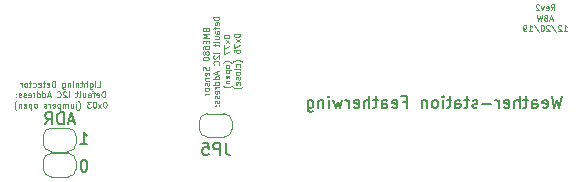
<source format=gbr>
G04 #@! TF.GenerationSoftware,KiCad,Pcbnew,(5.1.4)-1*
G04 #@! TF.CreationDate,2019-12-20T11:27:30-05:00*
G04 #@! TF.ProjectId,Feather-weather-station,46656174-6865-4722-9d77-656174686572,rev?*
G04 #@! TF.SameCoordinates,Original*
G04 #@! TF.FileFunction,Legend,Bot*
G04 #@! TF.FilePolarity,Positive*
%FSLAX46Y46*%
G04 Gerber Fmt 4.6, Leading zero omitted, Abs format (unit mm)*
G04 Created by KiCad (PCBNEW (5.1.4)-1) date 2019-12-20 11:27:30*
%MOMM*%
%LPD*%
G04 APERTURE LIST*
%ADD10C,0.125000*%
%ADD11C,0.150000*%
%ADD12C,0.120000*%
G04 APERTURE END LIST*
D10*
X138656585Y-58723542D02*
X138680395Y-58794971D01*
X138704204Y-58818780D01*
X138751823Y-58842590D01*
X138823252Y-58842590D01*
X138870871Y-58818780D01*
X138894680Y-58794971D01*
X138918490Y-58747352D01*
X138918490Y-58556876D01*
X138418490Y-58556876D01*
X138418490Y-58723542D01*
X138442300Y-58771161D01*
X138466109Y-58794971D01*
X138513728Y-58818780D01*
X138561347Y-58818780D01*
X138608966Y-58794971D01*
X138632776Y-58771161D01*
X138656585Y-58723542D01*
X138656585Y-58556876D01*
X138918490Y-59056876D02*
X138418490Y-59056876D01*
X138775633Y-59223542D01*
X138418490Y-59390209D01*
X138918490Y-59390209D01*
X138656585Y-59628304D02*
X138656585Y-59794971D01*
X138918490Y-59866400D02*
X138918490Y-59628304D01*
X138418490Y-59628304D01*
X138418490Y-59866400D01*
X138418490Y-60294971D02*
X138418490Y-60199733D01*
X138442300Y-60152114D01*
X138466109Y-60128304D01*
X138537538Y-60080685D01*
X138632776Y-60056876D01*
X138823252Y-60056876D01*
X138870871Y-60080685D01*
X138894680Y-60104495D01*
X138918490Y-60152114D01*
X138918490Y-60247352D01*
X138894680Y-60294971D01*
X138870871Y-60318780D01*
X138823252Y-60342590D01*
X138704204Y-60342590D01*
X138656585Y-60318780D01*
X138632776Y-60294971D01*
X138608966Y-60247352D01*
X138608966Y-60152114D01*
X138632776Y-60104495D01*
X138656585Y-60080685D01*
X138704204Y-60056876D01*
X138632776Y-60628304D02*
X138608966Y-60580685D01*
X138585157Y-60556876D01*
X138537538Y-60533066D01*
X138513728Y-60533066D01*
X138466109Y-60556876D01*
X138442300Y-60580685D01*
X138418490Y-60628304D01*
X138418490Y-60723542D01*
X138442300Y-60771161D01*
X138466109Y-60794971D01*
X138513728Y-60818780D01*
X138537538Y-60818780D01*
X138585157Y-60794971D01*
X138608966Y-60771161D01*
X138632776Y-60723542D01*
X138632776Y-60628304D01*
X138656585Y-60580685D01*
X138680395Y-60556876D01*
X138728014Y-60533066D01*
X138823252Y-60533066D01*
X138870871Y-60556876D01*
X138894680Y-60580685D01*
X138918490Y-60628304D01*
X138918490Y-60723542D01*
X138894680Y-60771161D01*
X138870871Y-60794971D01*
X138823252Y-60818780D01*
X138728014Y-60818780D01*
X138680395Y-60794971D01*
X138656585Y-60771161D01*
X138632776Y-60723542D01*
X138418490Y-61128304D02*
X138418490Y-61175923D01*
X138442300Y-61223542D01*
X138466109Y-61247352D01*
X138513728Y-61271161D01*
X138608966Y-61294971D01*
X138728014Y-61294971D01*
X138823252Y-61271161D01*
X138870871Y-61247352D01*
X138894680Y-61223542D01*
X138918490Y-61175923D01*
X138918490Y-61128304D01*
X138894680Y-61080685D01*
X138870871Y-61056876D01*
X138823252Y-61033066D01*
X138728014Y-61009257D01*
X138608966Y-61009257D01*
X138513728Y-61033066D01*
X138466109Y-61056876D01*
X138442300Y-61080685D01*
X138418490Y-61128304D01*
X138894680Y-61866400D02*
X138918490Y-61937828D01*
X138918490Y-62056876D01*
X138894680Y-62104495D01*
X138870871Y-62128304D01*
X138823252Y-62152114D01*
X138775633Y-62152114D01*
X138728014Y-62128304D01*
X138704204Y-62104495D01*
X138680395Y-62056876D01*
X138656585Y-61961638D01*
X138632776Y-61914019D01*
X138608966Y-61890209D01*
X138561347Y-61866400D01*
X138513728Y-61866400D01*
X138466109Y-61890209D01*
X138442300Y-61914019D01*
X138418490Y-61961638D01*
X138418490Y-62080685D01*
X138442300Y-62152114D01*
X138894680Y-62556876D02*
X138918490Y-62509257D01*
X138918490Y-62414019D01*
X138894680Y-62366400D01*
X138847061Y-62342590D01*
X138656585Y-62342590D01*
X138608966Y-62366400D01*
X138585157Y-62414019D01*
X138585157Y-62509257D01*
X138608966Y-62556876D01*
X138656585Y-62580685D01*
X138704204Y-62580685D01*
X138751823Y-62342590D01*
X138585157Y-62794971D02*
X138918490Y-62794971D01*
X138632776Y-62794971D02*
X138608966Y-62818780D01*
X138585157Y-62866400D01*
X138585157Y-62937828D01*
X138608966Y-62985447D01*
X138656585Y-63009257D01*
X138918490Y-63009257D01*
X138894680Y-63223542D02*
X138918490Y-63271161D01*
X138918490Y-63366400D01*
X138894680Y-63414019D01*
X138847061Y-63437828D01*
X138823252Y-63437828D01*
X138775633Y-63414019D01*
X138751823Y-63366400D01*
X138751823Y-63294971D01*
X138728014Y-63247352D01*
X138680395Y-63223542D01*
X138656585Y-63223542D01*
X138608966Y-63247352D01*
X138585157Y-63294971D01*
X138585157Y-63366400D01*
X138608966Y-63414019D01*
X138918490Y-63723542D02*
X138894680Y-63675923D01*
X138870871Y-63652114D01*
X138823252Y-63628304D01*
X138680395Y-63628304D01*
X138632776Y-63652114D01*
X138608966Y-63675923D01*
X138585157Y-63723542D01*
X138585157Y-63794971D01*
X138608966Y-63842590D01*
X138632776Y-63866400D01*
X138680395Y-63890209D01*
X138823252Y-63890209D01*
X138870871Y-63866400D01*
X138894680Y-63842590D01*
X138918490Y-63794971D01*
X138918490Y-63723542D01*
X138918490Y-64104495D02*
X138585157Y-64104495D01*
X138680395Y-64104495D02*
X138632776Y-64128304D01*
X138608966Y-64152114D01*
X138585157Y-64199733D01*
X138585157Y-64247352D01*
X139793490Y-57604495D02*
X139293490Y-57604495D01*
X139293490Y-57723542D01*
X139317300Y-57794971D01*
X139364919Y-57842590D01*
X139412538Y-57866400D01*
X139507776Y-57890209D01*
X139579204Y-57890209D01*
X139674442Y-57866400D01*
X139722061Y-57842590D01*
X139769680Y-57794971D01*
X139793490Y-57723542D01*
X139793490Y-57604495D01*
X139769680Y-58294971D02*
X139793490Y-58247352D01*
X139793490Y-58152114D01*
X139769680Y-58104495D01*
X139722061Y-58080685D01*
X139531585Y-58080685D01*
X139483966Y-58104495D01*
X139460157Y-58152114D01*
X139460157Y-58247352D01*
X139483966Y-58294971D01*
X139531585Y-58318780D01*
X139579204Y-58318780D01*
X139626823Y-58080685D01*
X139460157Y-58461638D02*
X139460157Y-58652114D01*
X139793490Y-58533066D02*
X139364919Y-58533066D01*
X139317300Y-58556876D01*
X139293490Y-58604495D01*
X139293490Y-58652114D01*
X139793490Y-59033066D02*
X139531585Y-59033066D01*
X139483966Y-59009257D01*
X139460157Y-58961638D01*
X139460157Y-58866400D01*
X139483966Y-58818780D01*
X139769680Y-59033066D02*
X139793490Y-58985447D01*
X139793490Y-58866400D01*
X139769680Y-58818780D01*
X139722061Y-58794971D01*
X139674442Y-58794971D01*
X139626823Y-58818780D01*
X139603014Y-58866400D01*
X139603014Y-58985447D01*
X139579204Y-59033066D01*
X139460157Y-59485447D02*
X139793490Y-59485447D01*
X139460157Y-59271161D02*
X139722061Y-59271161D01*
X139769680Y-59294971D01*
X139793490Y-59342590D01*
X139793490Y-59414019D01*
X139769680Y-59461638D01*
X139745871Y-59485447D01*
X139793490Y-59794971D02*
X139769680Y-59747352D01*
X139722061Y-59723542D01*
X139293490Y-59723542D01*
X139460157Y-59914019D02*
X139460157Y-60104495D01*
X139293490Y-59985447D02*
X139722061Y-59985447D01*
X139769680Y-60009257D01*
X139793490Y-60056876D01*
X139793490Y-60104495D01*
X139793490Y-60652114D02*
X139293490Y-60652114D01*
X139341109Y-60866400D02*
X139317300Y-60890209D01*
X139293490Y-60937828D01*
X139293490Y-61056876D01*
X139317300Y-61104495D01*
X139341109Y-61128304D01*
X139388728Y-61152114D01*
X139436347Y-61152114D01*
X139507776Y-61128304D01*
X139793490Y-60842590D01*
X139793490Y-61152114D01*
X139745871Y-61652114D02*
X139769680Y-61628304D01*
X139793490Y-61556876D01*
X139793490Y-61509257D01*
X139769680Y-61437828D01*
X139722061Y-61390209D01*
X139674442Y-61366400D01*
X139579204Y-61342590D01*
X139507776Y-61342590D01*
X139412538Y-61366400D01*
X139364919Y-61390209D01*
X139317300Y-61437828D01*
X139293490Y-61509257D01*
X139293490Y-61556876D01*
X139317300Y-61628304D01*
X139341109Y-61652114D01*
X139650633Y-62223542D02*
X139650633Y-62461638D01*
X139793490Y-62175923D02*
X139293490Y-62342590D01*
X139793490Y-62509257D01*
X139793490Y-62890209D02*
X139293490Y-62890209D01*
X139769680Y-62890209D02*
X139793490Y-62842590D01*
X139793490Y-62747352D01*
X139769680Y-62699733D01*
X139745871Y-62675923D01*
X139698252Y-62652114D01*
X139555395Y-62652114D01*
X139507776Y-62675923D01*
X139483966Y-62699733D01*
X139460157Y-62747352D01*
X139460157Y-62842590D01*
X139483966Y-62890209D01*
X139793490Y-63342590D02*
X139293490Y-63342590D01*
X139769680Y-63342590D02*
X139793490Y-63294971D01*
X139793490Y-63199733D01*
X139769680Y-63152114D01*
X139745871Y-63128304D01*
X139698252Y-63104495D01*
X139555395Y-63104495D01*
X139507776Y-63128304D01*
X139483966Y-63152114D01*
X139460157Y-63199733D01*
X139460157Y-63294971D01*
X139483966Y-63342590D01*
X139793490Y-63580685D02*
X139460157Y-63580685D01*
X139555395Y-63580685D02*
X139507776Y-63604495D01*
X139483966Y-63628304D01*
X139460157Y-63675923D01*
X139460157Y-63723542D01*
X139769680Y-64080685D02*
X139793490Y-64033066D01*
X139793490Y-63937828D01*
X139769680Y-63890209D01*
X139722061Y-63866400D01*
X139531585Y-63866400D01*
X139483966Y-63890209D01*
X139460157Y-63937828D01*
X139460157Y-64033066D01*
X139483966Y-64080685D01*
X139531585Y-64104495D01*
X139579204Y-64104495D01*
X139626823Y-63866400D01*
X139769680Y-64294971D02*
X139793490Y-64342590D01*
X139793490Y-64437828D01*
X139769680Y-64485447D01*
X139722061Y-64509257D01*
X139698252Y-64509257D01*
X139650633Y-64485447D01*
X139626823Y-64437828D01*
X139626823Y-64366400D01*
X139603014Y-64318780D01*
X139555395Y-64294971D01*
X139531585Y-64294971D01*
X139483966Y-64318780D01*
X139460157Y-64366400D01*
X139460157Y-64437828D01*
X139483966Y-64485447D01*
X139769680Y-64699733D02*
X139793490Y-64747352D01*
X139793490Y-64842590D01*
X139769680Y-64890209D01*
X139722061Y-64914019D01*
X139698252Y-64914019D01*
X139650633Y-64890209D01*
X139626823Y-64842590D01*
X139626823Y-64771161D01*
X139603014Y-64723542D01*
X139555395Y-64699733D01*
X139531585Y-64699733D01*
X139483966Y-64723542D01*
X139460157Y-64771161D01*
X139460157Y-64842590D01*
X139483966Y-64890209D01*
X139745871Y-65128304D02*
X139769680Y-65152114D01*
X139793490Y-65128304D01*
X139769680Y-65104495D01*
X139745871Y-65128304D01*
X139793490Y-65128304D01*
X139483966Y-65128304D02*
X139507776Y-65152114D01*
X139531585Y-65128304D01*
X139507776Y-65104495D01*
X139483966Y-65128304D01*
X139531585Y-65128304D01*
X140168490Y-59247352D02*
X140168490Y-59294971D01*
X140192300Y-59342590D01*
X140216109Y-59366400D01*
X140263728Y-59390209D01*
X140358966Y-59414019D01*
X140478014Y-59414019D01*
X140573252Y-59390209D01*
X140620871Y-59366400D01*
X140644680Y-59342590D01*
X140668490Y-59294971D01*
X140668490Y-59247352D01*
X140644680Y-59199733D01*
X140620871Y-59175923D01*
X140573252Y-59152114D01*
X140478014Y-59128304D01*
X140358966Y-59128304D01*
X140263728Y-59152114D01*
X140216109Y-59175923D01*
X140192300Y-59199733D01*
X140168490Y-59247352D01*
X140668490Y-59580685D02*
X140335157Y-59842590D01*
X140335157Y-59580685D02*
X140668490Y-59842590D01*
X140168490Y-59985447D02*
X140168490Y-60318780D01*
X140668490Y-60104495D01*
X140168490Y-60461638D02*
X140168490Y-60794971D01*
X140668490Y-60580685D01*
X140858966Y-61509257D02*
X140835157Y-61485447D01*
X140763728Y-61437828D01*
X140716109Y-61414019D01*
X140644680Y-61390209D01*
X140525633Y-61366400D01*
X140430395Y-61366400D01*
X140311347Y-61390209D01*
X140239919Y-61414019D01*
X140192300Y-61437828D01*
X140120871Y-61485447D01*
X140097061Y-61509257D01*
X140668490Y-61771161D02*
X140644680Y-61723542D01*
X140620871Y-61699733D01*
X140573252Y-61675923D01*
X140430395Y-61675923D01*
X140382776Y-61699733D01*
X140358966Y-61723542D01*
X140335157Y-61771161D01*
X140335157Y-61842590D01*
X140358966Y-61890209D01*
X140382776Y-61914019D01*
X140430395Y-61937828D01*
X140573252Y-61937828D01*
X140620871Y-61914019D01*
X140644680Y-61890209D01*
X140668490Y-61842590D01*
X140668490Y-61771161D01*
X140335157Y-62152114D02*
X140835157Y-62152114D01*
X140358966Y-62152114D02*
X140335157Y-62199733D01*
X140335157Y-62294971D01*
X140358966Y-62342590D01*
X140382776Y-62366400D01*
X140430395Y-62390209D01*
X140573252Y-62390209D01*
X140620871Y-62366400D01*
X140644680Y-62342590D01*
X140668490Y-62294971D01*
X140668490Y-62199733D01*
X140644680Y-62152114D01*
X140644680Y-62794971D02*
X140668490Y-62747352D01*
X140668490Y-62652114D01*
X140644680Y-62604495D01*
X140597061Y-62580685D01*
X140406585Y-62580685D01*
X140358966Y-62604495D01*
X140335157Y-62652114D01*
X140335157Y-62747352D01*
X140358966Y-62794971D01*
X140406585Y-62818780D01*
X140454204Y-62818780D01*
X140501823Y-62580685D01*
X140335157Y-63033066D02*
X140668490Y-63033066D01*
X140382776Y-63033066D02*
X140358966Y-63056876D01*
X140335157Y-63104495D01*
X140335157Y-63175923D01*
X140358966Y-63223542D01*
X140406585Y-63247352D01*
X140668490Y-63247352D01*
X140858966Y-63437828D02*
X140835157Y-63461638D01*
X140763728Y-63509257D01*
X140716109Y-63533066D01*
X140644680Y-63556876D01*
X140525633Y-63580685D01*
X140430395Y-63580685D01*
X140311347Y-63556876D01*
X140239919Y-63533066D01*
X140192300Y-63509257D01*
X140120871Y-63461638D01*
X140097061Y-63437828D01*
X141043490Y-59152114D02*
X141043490Y-59199733D01*
X141067300Y-59247352D01*
X141091109Y-59271161D01*
X141138728Y-59294971D01*
X141233966Y-59318780D01*
X141353014Y-59318780D01*
X141448252Y-59294971D01*
X141495871Y-59271161D01*
X141519680Y-59247352D01*
X141543490Y-59199733D01*
X141543490Y-59152114D01*
X141519680Y-59104495D01*
X141495871Y-59080685D01*
X141448252Y-59056876D01*
X141353014Y-59033066D01*
X141233966Y-59033066D01*
X141138728Y-59056876D01*
X141091109Y-59080685D01*
X141067300Y-59104495D01*
X141043490Y-59152114D01*
X141543490Y-59485447D02*
X141210157Y-59747352D01*
X141210157Y-59485447D02*
X141543490Y-59747352D01*
X141043490Y-59890209D02*
X141043490Y-60223542D01*
X141543490Y-60009257D01*
X141043490Y-60628304D02*
X141043490Y-60533066D01*
X141067300Y-60485447D01*
X141091109Y-60461638D01*
X141162538Y-60414019D01*
X141257776Y-60390209D01*
X141448252Y-60390209D01*
X141495871Y-60414019D01*
X141519680Y-60437828D01*
X141543490Y-60485447D01*
X141543490Y-60580685D01*
X141519680Y-60628304D01*
X141495871Y-60652114D01*
X141448252Y-60675923D01*
X141329204Y-60675923D01*
X141281585Y-60652114D01*
X141257776Y-60628304D01*
X141233966Y-60580685D01*
X141233966Y-60485447D01*
X141257776Y-60437828D01*
X141281585Y-60414019D01*
X141329204Y-60390209D01*
X141733966Y-61414019D02*
X141710157Y-61390209D01*
X141638728Y-61342590D01*
X141591109Y-61318780D01*
X141519680Y-61294971D01*
X141400633Y-61271161D01*
X141305395Y-61271161D01*
X141186347Y-61294971D01*
X141114919Y-61318780D01*
X141067300Y-61342590D01*
X140995871Y-61390209D01*
X140972061Y-61414019D01*
X141519680Y-61818780D02*
X141543490Y-61771161D01*
X141543490Y-61675923D01*
X141519680Y-61628304D01*
X141495871Y-61604495D01*
X141448252Y-61580685D01*
X141305395Y-61580685D01*
X141257776Y-61604495D01*
X141233966Y-61628304D01*
X141210157Y-61675923D01*
X141210157Y-61771161D01*
X141233966Y-61818780D01*
X141543490Y-62104495D02*
X141519680Y-62056876D01*
X141472061Y-62033066D01*
X141043490Y-62033066D01*
X141543490Y-62366400D02*
X141519680Y-62318780D01*
X141495871Y-62294971D01*
X141448252Y-62271161D01*
X141305395Y-62271161D01*
X141257776Y-62294971D01*
X141233966Y-62318780D01*
X141210157Y-62366400D01*
X141210157Y-62437828D01*
X141233966Y-62485447D01*
X141257776Y-62509257D01*
X141305395Y-62533066D01*
X141448252Y-62533066D01*
X141495871Y-62509257D01*
X141519680Y-62485447D01*
X141543490Y-62437828D01*
X141543490Y-62366400D01*
X141519680Y-62723542D02*
X141543490Y-62771161D01*
X141543490Y-62866400D01*
X141519680Y-62914019D01*
X141472061Y-62937828D01*
X141448252Y-62937828D01*
X141400633Y-62914019D01*
X141376823Y-62866400D01*
X141376823Y-62794971D01*
X141353014Y-62747352D01*
X141305395Y-62723542D01*
X141281585Y-62723542D01*
X141233966Y-62747352D01*
X141210157Y-62794971D01*
X141210157Y-62866400D01*
X141233966Y-62914019D01*
X141519680Y-63342590D02*
X141543490Y-63294971D01*
X141543490Y-63199733D01*
X141519680Y-63152114D01*
X141472061Y-63128304D01*
X141281585Y-63128304D01*
X141233966Y-63152114D01*
X141210157Y-63199733D01*
X141210157Y-63294971D01*
X141233966Y-63342590D01*
X141281585Y-63366400D01*
X141329204Y-63366400D01*
X141376823Y-63128304D01*
X141733966Y-63533066D02*
X141710157Y-63556876D01*
X141638728Y-63604495D01*
X141591109Y-63628304D01*
X141519680Y-63652114D01*
X141400633Y-63675923D01*
X141305395Y-63675923D01*
X141186347Y-63652114D01*
X141114919Y-63628304D01*
X141067300Y-63604495D01*
X140995871Y-63556876D01*
X140972061Y-63533066D01*
X129461982Y-63547150D02*
X129700078Y-63547150D01*
X129700078Y-63047150D01*
X129295316Y-63547150D02*
X129295316Y-63213817D01*
X129295316Y-63047150D02*
X129319125Y-63070960D01*
X129295316Y-63094769D01*
X129271506Y-63070960D01*
X129295316Y-63047150D01*
X129295316Y-63094769D01*
X128842935Y-63213817D02*
X128842935Y-63618579D01*
X128866744Y-63666198D01*
X128890554Y-63690007D01*
X128938173Y-63713817D01*
X129009601Y-63713817D01*
X129057220Y-63690007D01*
X128842935Y-63523340D02*
X128890554Y-63547150D01*
X128985792Y-63547150D01*
X129033411Y-63523340D01*
X129057220Y-63499531D01*
X129081030Y-63451912D01*
X129081030Y-63309055D01*
X129057220Y-63261436D01*
X129033411Y-63237626D01*
X128985792Y-63213817D01*
X128890554Y-63213817D01*
X128842935Y-63237626D01*
X128604840Y-63547150D02*
X128604840Y-63047150D01*
X128390554Y-63547150D02*
X128390554Y-63285245D01*
X128414363Y-63237626D01*
X128461982Y-63213817D01*
X128533411Y-63213817D01*
X128581030Y-63237626D01*
X128604840Y-63261436D01*
X128223887Y-63213817D02*
X128033411Y-63213817D01*
X128152459Y-63047150D02*
X128152459Y-63475721D01*
X128128649Y-63523340D01*
X128081030Y-63547150D01*
X128033411Y-63547150D01*
X127866744Y-63213817D02*
X127866744Y-63547150D01*
X127866744Y-63261436D02*
X127842935Y-63237626D01*
X127795316Y-63213817D01*
X127723887Y-63213817D01*
X127676268Y-63237626D01*
X127652459Y-63285245D01*
X127652459Y-63547150D01*
X127414363Y-63547150D02*
X127414363Y-63213817D01*
X127414363Y-63047150D02*
X127438173Y-63070960D01*
X127414363Y-63094769D01*
X127390554Y-63070960D01*
X127414363Y-63047150D01*
X127414363Y-63094769D01*
X127176268Y-63213817D02*
X127176268Y-63547150D01*
X127176268Y-63261436D02*
X127152459Y-63237626D01*
X127104840Y-63213817D01*
X127033411Y-63213817D01*
X126985792Y-63237626D01*
X126961982Y-63285245D01*
X126961982Y-63547150D01*
X126509601Y-63213817D02*
X126509601Y-63618579D01*
X126533411Y-63666198D01*
X126557220Y-63690007D01*
X126604840Y-63713817D01*
X126676268Y-63713817D01*
X126723887Y-63690007D01*
X126509601Y-63523340D02*
X126557220Y-63547150D01*
X126652459Y-63547150D01*
X126700078Y-63523340D01*
X126723887Y-63499531D01*
X126747697Y-63451912D01*
X126747697Y-63309055D01*
X126723887Y-63261436D01*
X126700078Y-63237626D01*
X126652459Y-63213817D01*
X126557220Y-63213817D01*
X126509601Y-63237626D01*
X125890554Y-63547150D02*
X125890554Y-63047150D01*
X125771506Y-63047150D01*
X125700078Y-63070960D01*
X125652459Y-63118579D01*
X125628649Y-63166198D01*
X125604840Y-63261436D01*
X125604840Y-63332864D01*
X125628649Y-63428102D01*
X125652459Y-63475721D01*
X125700078Y-63523340D01*
X125771506Y-63547150D01*
X125890554Y-63547150D01*
X125200078Y-63523340D02*
X125247697Y-63547150D01*
X125342935Y-63547150D01*
X125390554Y-63523340D01*
X125414363Y-63475721D01*
X125414363Y-63285245D01*
X125390554Y-63237626D01*
X125342935Y-63213817D01*
X125247697Y-63213817D01*
X125200078Y-63237626D01*
X125176268Y-63285245D01*
X125176268Y-63332864D01*
X125414363Y-63380483D01*
X125033411Y-63213817D02*
X124842935Y-63213817D01*
X124961982Y-63047150D02*
X124961982Y-63475721D01*
X124938173Y-63523340D01*
X124890554Y-63547150D01*
X124842935Y-63547150D01*
X124485792Y-63523340D02*
X124533411Y-63547150D01*
X124628649Y-63547150D01*
X124676268Y-63523340D01*
X124700078Y-63475721D01*
X124700078Y-63285245D01*
X124676268Y-63237626D01*
X124628649Y-63213817D01*
X124533411Y-63213817D01*
X124485792Y-63237626D01*
X124461982Y-63285245D01*
X124461982Y-63332864D01*
X124700078Y-63380483D01*
X124033411Y-63523340D02*
X124081030Y-63547150D01*
X124176268Y-63547150D01*
X124223887Y-63523340D01*
X124247697Y-63499531D01*
X124271506Y-63451912D01*
X124271506Y-63309055D01*
X124247697Y-63261436D01*
X124223887Y-63237626D01*
X124176268Y-63213817D01*
X124081030Y-63213817D01*
X124033411Y-63237626D01*
X123890554Y-63213817D02*
X123700078Y-63213817D01*
X123819125Y-63047150D02*
X123819125Y-63475721D01*
X123795316Y-63523340D01*
X123747697Y-63547150D01*
X123700078Y-63547150D01*
X123461982Y-63547150D02*
X123509601Y-63523340D01*
X123533411Y-63499531D01*
X123557220Y-63451912D01*
X123557220Y-63309055D01*
X123533411Y-63261436D01*
X123509601Y-63237626D01*
X123461982Y-63213817D01*
X123390554Y-63213817D01*
X123342935Y-63237626D01*
X123319125Y-63261436D01*
X123295316Y-63309055D01*
X123295316Y-63451912D01*
X123319125Y-63499531D01*
X123342935Y-63523340D01*
X123390554Y-63547150D01*
X123461982Y-63547150D01*
X123081030Y-63547150D02*
X123081030Y-63213817D01*
X123081030Y-63309055D02*
X123057220Y-63261436D01*
X123033411Y-63237626D01*
X122985792Y-63213817D01*
X122938173Y-63213817D01*
X130116744Y-64422150D02*
X130116744Y-63922150D01*
X129997697Y-63922150D01*
X129926268Y-63945960D01*
X129878649Y-63993579D01*
X129854840Y-64041198D01*
X129831030Y-64136436D01*
X129831030Y-64207864D01*
X129854840Y-64303102D01*
X129878649Y-64350721D01*
X129926268Y-64398340D01*
X129997697Y-64422150D01*
X130116744Y-64422150D01*
X129426268Y-64398340D02*
X129473887Y-64422150D01*
X129569125Y-64422150D01*
X129616744Y-64398340D01*
X129640554Y-64350721D01*
X129640554Y-64160245D01*
X129616744Y-64112626D01*
X129569125Y-64088817D01*
X129473887Y-64088817D01*
X129426268Y-64112626D01*
X129402459Y-64160245D01*
X129402459Y-64207864D01*
X129640554Y-64255483D01*
X129259601Y-64088817D02*
X129069125Y-64088817D01*
X129188173Y-64422150D02*
X129188173Y-63993579D01*
X129164363Y-63945960D01*
X129116744Y-63922150D01*
X129069125Y-63922150D01*
X128688173Y-64422150D02*
X128688173Y-64160245D01*
X128711982Y-64112626D01*
X128759601Y-64088817D01*
X128854840Y-64088817D01*
X128902459Y-64112626D01*
X128688173Y-64398340D02*
X128735792Y-64422150D01*
X128854840Y-64422150D01*
X128902459Y-64398340D01*
X128926268Y-64350721D01*
X128926268Y-64303102D01*
X128902459Y-64255483D01*
X128854840Y-64231674D01*
X128735792Y-64231674D01*
X128688173Y-64207864D01*
X128235792Y-64088817D02*
X128235792Y-64422150D01*
X128450078Y-64088817D02*
X128450078Y-64350721D01*
X128426268Y-64398340D01*
X128378649Y-64422150D01*
X128307220Y-64422150D01*
X128259601Y-64398340D01*
X128235792Y-64374531D01*
X127926268Y-64422150D02*
X127973887Y-64398340D01*
X127997697Y-64350721D01*
X127997697Y-63922150D01*
X127807220Y-64088817D02*
X127616744Y-64088817D01*
X127735792Y-63922150D02*
X127735792Y-64350721D01*
X127711982Y-64398340D01*
X127664363Y-64422150D01*
X127616744Y-64422150D01*
X127069125Y-64422150D02*
X127069125Y-63922150D01*
X126854840Y-63969769D02*
X126831030Y-63945960D01*
X126783411Y-63922150D01*
X126664363Y-63922150D01*
X126616744Y-63945960D01*
X126592935Y-63969769D01*
X126569125Y-64017388D01*
X126569125Y-64065007D01*
X126592935Y-64136436D01*
X126878649Y-64422150D01*
X126569125Y-64422150D01*
X126069125Y-64374531D02*
X126092935Y-64398340D01*
X126164363Y-64422150D01*
X126211982Y-64422150D01*
X126283411Y-64398340D01*
X126331030Y-64350721D01*
X126354840Y-64303102D01*
X126378649Y-64207864D01*
X126378649Y-64136436D01*
X126354840Y-64041198D01*
X126331030Y-63993579D01*
X126283411Y-63945960D01*
X126211982Y-63922150D01*
X126164363Y-63922150D01*
X126092935Y-63945960D01*
X126069125Y-63969769D01*
X125497697Y-64279293D02*
X125259601Y-64279293D01*
X125545316Y-64422150D02*
X125378649Y-63922150D01*
X125211982Y-64422150D01*
X124831030Y-64422150D02*
X124831030Y-63922150D01*
X124831030Y-64398340D02*
X124878649Y-64422150D01*
X124973887Y-64422150D01*
X125021506Y-64398340D01*
X125045316Y-64374531D01*
X125069125Y-64326912D01*
X125069125Y-64184055D01*
X125045316Y-64136436D01*
X125021506Y-64112626D01*
X124973887Y-64088817D01*
X124878649Y-64088817D01*
X124831030Y-64112626D01*
X124378649Y-64422150D02*
X124378649Y-63922150D01*
X124378649Y-64398340D02*
X124426268Y-64422150D01*
X124521506Y-64422150D01*
X124569125Y-64398340D01*
X124592935Y-64374531D01*
X124616744Y-64326912D01*
X124616744Y-64184055D01*
X124592935Y-64136436D01*
X124569125Y-64112626D01*
X124521506Y-64088817D01*
X124426268Y-64088817D01*
X124378649Y-64112626D01*
X124140554Y-64422150D02*
X124140554Y-64088817D01*
X124140554Y-64184055D02*
X124116744Y-64136436D01*
X124092935Y-64112626D01*
X124045316Y-64088817D01*
X123997697Y-64088817D01*
X123640554Y-64398340D02*
X123688173Y-64422150D01*
X123783411Y-64422150D01*
X123831030Y-64398340D01*
X123854840Y-64350721D01*
X123854840Y-64160245D01*
X123831030Y-64112626D01*
X123783411Y-64088817D01*
X123688173Y-64088817D01*
X123640554Y-64112626D01*
X123616744Y-64160245D01*
X123616744Y-64207864D01*
X123854840Y-64255483D01*
X123426268Y-64398340D02*
X123378649Y-64422150D01*
X123283411Y-64422150D01*
X123235792Y-64398340D01*
X123211982Y-64350721D01*
X123211982Y-64326912D01*
X123235792Y-64279293D01*
X123283411Y-64255483D01*
X123354840Y-64255483D01*
X123402459Y-64231674D01*
X123426268Y-64184055D01*
X123426268Y-64160245D01*
X123402459Y-64112626D01*
X123354840Y-64088817D01*
X123283411Y-64088817D01*
X123235792Y-64112626D01*
X123021506Y-64398340D02*
X122973887Y-64422150D01*
X122878649Y-64422150D01*
X122831030Y-64398340D01*
X122807220Y-64350721D01*
X122807220Y-64326912D01*
X122831030Y-64279293D01*
X122878649Y-64255483D01*
X122950078Y-64255483D01*
X122997697Y-64231674D01*
X123021506Y-64184055D01*
X123021506Y-64160245D01*
X122997697Y-64112626D01*
X122950078Y-64088817D01*
X122878649Y-64088817D01*
X122831030Y-64112626D01*
X122592935Y-64374531D02*
X122569125Y-64398340D01*
X122592935Y-64422150D01*
X122616744Y-64398340D01*
X122592935Y-64374531D01*
X122592935Y-64422150D01*
X122592935Y-64112626D02*
X122569125Y-64136436D01*
X122592935Y-64160245D01*
X122616744Y-64136436D01*
X122592935Y-64112626D01*
X122592935Y-64160245D01*
X130140554Y-64797150D02*
X130092935Y-64797150D01*
X130045316Y-64820960D01*
X130021506Y-64844769D01*
X129997697Y-64892388D01*
X129973887Y-64987626D01*
X129973887Y-65106674D01*
X129997697Y-65201912D01*
X130021506Y-65249531D01*
X130045316Y-65273340D01*
X130092935Y-65297150D01*
X130140554Y-65297150D01*
X130188173Y-65273340D01*
X130211982Y-65249531D01*
X130235792Y-65201912D01*
X130259601Y-65106674D01*
X130259601Y-64987626D01*
X130235792Y-64892388D01*
X130211982Y-64844769D01*
X130188173Y-64820960D01*
X130140554Y-64797150D01*
X129807220Y-65297150D02*
X129545316Y-64963817D01*
X129807220Y-64963817D02*
X129545316Y-65297150D01*
X129259601Y-64797150D02*
X129211982Y-64797150D01*
X129164363Y-64820960D01*
X129140554Y-64844769D01*
X129116744Y-64892388D01*
X129092935Y-64987626D01*
X129092935Y-65106674D01*
X129116744Y-65201912D01*
X129140554Y-65249531D01*
X129164363Y-65273340D01*
X129211982Y-65297150D01*
X129259601Y-65297150D01*
X129307220Y-65273340D01*
X129331030Y-65249531D01*
X129354840Y-65201912D01*
X129378649Y-65106674D01*
X129378649Y-64987626D01*
X129354840Y-64892388D01*
X129331030Y-64844769D01*
X129307220Y-64820960D01*
X129259601Y-64797150D01*
X128926268Y-64797150D02*
X128616744Y-64797150D01*
X128783411Y-64987626D01*
X128711982Y-64987626D01*
X128664363Y-65011436D01*
X128640554Y-65035245D01*
X128616744Y-65082864D01*
X128616744Y-65201912D01*
X128640554Y-65249531D01*
X128664363Y-65273340D01*
X128711982Y-65297150D01*
X128854840Y-65297150D01*
X128902459Y-65273340D01*
X128926268Y-65249531D01*
X127878649Y-65487626D02*
X127902459Y-65463817D01*
X127950078Y-65392388D01*
X127973887Y-65344769D01*
X127997697Y-65273340D01*
X128021506Y-65154293D01*
X128021506Y-65059055D01*
X127997697Y-64940007D01*
X127973887Y-64868579D01*
X127950078Y-64820960D01*
X127902459Y-64749531D01*
X127878649Y-64725721D01*
X127688173Y-64963817D02*
X127688173Y-65392388D01*
X127711982Y-65440007D01*
X127759601Y-65463817D01*
X127783411Y-65463817D01*
X127688173Y-64797150D02*
X127711982Y-64820960D01*
X127688173Y-64844769D01*
X127664363Y-64820960D01*
X127688173Y-64797150D01*
X127688173Y-64844769D01*
X127235792Y-64963817D02*
X127235792Y-65297150D01*
X127450078Y-64963817D02*
X127450078Y-65225721D01*
X127426268Y-65273340D01*
X127378649Y-65297150D01*
X127307220Y-65297150D01*
X127259601Y-65273340D01*
X127235792Y-65249531D01*
X126997697Y-65297150D02*
X126997697Y-64963817D01*
X126997697Y-65011436D02*
X126973887Y-64987626D01*
X126926268Y-64963817D01*
X126854840Y-64963817D01*
X126807220Y-64987626D01*
X126783411Y-65035245D01*
X126783411Y-65297150D01*
X126783411Y-65035245D02*
X126759601Y-64987626D01*
X126711982Y-64963817D01*
X126640554Y-64963817D01*
X126592935Y-64987626D01*
X126569125Y-65035245D01*
X126569125Y-65297150D01*
X126331030Y-64963817D02*
X126331030Y-65463817D01*
X126331030Y-64987626D02*
X126283411Y-64963817D01*
X126188173Y-64963817D01*
X126140554Y-64987626D01*
X126116744Y-65011436D01*
X126092935Y-65059055D01*
X126092935Y-65201912D01*
X126116744Y-65249531D01*
X126140554Y-65273340D01*
X126188173Y-65297150D01*
X126283411Y-65297150D01*
X126331030Y-65273340D01*
X125688173Y-65273340D02*
X125735792Y-65297150D01*
X125831030Y-65297150D01*
X125878649Y-65273340D01*
X125902459Y-65225721D01*
X125902459Y-65035245D01*
X125878649Y-64987626D01*
X125831030Y-64963817D01*
X125735792Y-64963817D01*
X125688173Y-64987626D01*
X125664363Y-65035245D01*
X125664363Y-65082864D01*
X125902459Y-65130483D01*
X125450078Y-65297150D02*
X125450078Y-64963817D01*
X125450078Y-65059055D02*
X125426268Y-65011436D01*
X125402459Y-64987626D01*
X125354840Y-64963817D01*
X125307220Y-64963817D01*
X125164363Y-65273340D02*
X125116744Y-65297150D01*
X125021506Y-65297150D01*
X124973887Y-65273340D01*
X124950078Y-65225721D01*
X124950078Y-65201912D01*
X124973887Y-65154293D01*
X125021506Y-65130483D01*
X125092935Y-65130483D01*
X125140554Y-65106674D01*
X125164363Y-65059055D01*
X125164363Y-65035245D01*
X125140554Y-64987626D01*
X125092935Y-64963817D01*
X125021506Y-64963817D01*
X124973887Y-64987626D01*
X124283411Y-65297150D02*
X124331030Y-65273340D01*
X124354840Y-65249531D01*
X124378649Y-65201912D01*
X124378649Y-65059055D01*
X124354840Y-65011436D01*
X124331030Y-64987626D01*
X124283411Y-64963817D01*
X124211982Y-64963817D01*
X124164363Y-64987626D01*
X124140554Y-65011436D01*
X124116744Y-65059055D01*
X124116744Y-65201912D01*
X124140554Y-65249531D01*
X124164363Y-65273340D01*
X124211982Y-65297150D01*
X124283411Y-65297150D01*
X123902459Y-64963817D02*
X123902459Y-65463817D01*
X123902459Y-64987626D02*
X123854840Y-64963817D01*
X123759601Y-64963817D01*
X123711982Y-64987626D01*
X123688173Y-65011436D01*
X123664363Y-65059055D01*
X123664363Y-65201912D01*
X123688173Y-65249531D01*
X123711982Y-65273340D01*
X123759601Y-65297150D01*
X123854840Y-65297150D01*
X123902459Y-65273340D01*
X123259601Y-65273340D02*
X123307220Y-65297150D01*
X123402459Y-65297150D01*
X123450078Y-65273340D01*
X123473887Y-65225721D01*
X123473887Y-65035245D01*
X123450078Y-64987626D01*
X123402459Y-64963817D01*
X123307220Y-64963817D01*
X123259601Y-64987626D01*
X123235792Y-65035245D01*
X123235792Y-65082864D01*
X123473887Y-65130483D01*
X123021506Y-64963817D02*
X123021506Y-65297150D01*
X123021506Y-65011436D02*
X122997697Y-64987626D01*
X122950078Y-64963817D01*
X122878649Y-64963817D01*
X122831030Y-64987626D01*
X122807220Y-65035245D01*
X122807220Y-65297150D01*
X122616744Y-65487626D02*
X122592935Y-65463817D01*
X122545316Y-65392388D01*
X122521506Y-65344769D01*
X122497697Y-65273340D01*
X122473887Y-65154293D01*
X122473887Y-65059055D01*
X122497697Y-64940007D01*
X122521506Y-64868579D01*
X122545316Y-64820960D01*
X122592935Y-64749531D01*
X122616744Y-64725721D01*
X167874095Y-57059990D02*
X168040761Y-56821895D01*
X168159809Y-57059990D02*
X168159809Y-56559990D01*
X167969333Y-56559990D01*
X167921714Y-56583800D01*
X167897904Y-56607609D01*
X167874095Y-56655228D01*
X167874095Y-56726657D01*
X167897904Y-56774276D01*
X167921714Y-56798085D01*
X167969333Y-56821895D01*
X168159809Y-56821895D01*
X167469333Y-57036180D02*
X167516952Y-57059990D01*
X167612190Y-57059990D01*
X167659809Y-57036180D01*
X167683619Y-56988561D01*
X167683619Y-56798085D01*
X167659809Y-56750466D01*
X167612190Y-56726657D01*
X167516952Y-56726657D01*
X167469333Y-56750466D01*
X167445523Y-56798085D01*
X167445523Y-56845704D01*
X167683619Y-56893323D01*
X167278857Y-56726657D02*
X167159809Y-57059990D01*
X167040761Y-56726657D01*
X166874095Y-56607609D02*
X166850285Y-56583800D01*
X166802666Y-56559990D01*
X166683619Y-56559990D01*
X166636000Y-56583800D01*
X166612190Y-56607609D01*
X166588380Y-56655228D01*
X166588380Y-56702847D01*
X166612190Y-56774276D01*
X166897904Y-57059990D01*
X166588380Y-57059990D01*
X168040761Y-57792133D02*
X167802666Y-57792133D01*
X168088380Y-57934990D02*
X167921714Y-57434990D01*
X167755047Y-57934990D01*
X167421714Y-57673085D02*
X167350285Y-57696895D01*
X167326476Y-57720704D01*
X167302666Y-57768323D01*
X167302666Y-57839752D01*
X167326476Y-57887371D01*
X167350285Y-57911180D01*
X167397904Y-57934990D01*
X167588380Y-57934990D01*
X167588380Y-57434990D01*
X167421714Y-57434990D01*
X167374095Y-57458800D01*
X167350285Y-57482609D01*
X167326476Y-57530228D01*
X167326476Y-57577847D01*
X167350285Y-57625466D01*
X167374095Y-57649276D01*
X167421714Y-57673085D01*
X167588380Y-57673085D01*
X167136000Y-57434990D02*
X167016952Y-57934990D01*
X166921714Y-57577847D01*
X166826476Y-57934990D01*
X166707428Y-57434990D01*
X168957428Y-58809990D02*
X169243142Y-58809990D01*
X169100285Y-58809990D02*
X169100285Y-58309990D01*
X169147904Y-58381419D01*
X169195523Y-58429038D01*
X169243142Y-58452847D01*
X168766952Y-58357609D02*
X168743142Y-58333800D01*
X168695523Y-58309990D01*
X168576476Y-58309990D01*
X168528857Y-58333800D01*
X168505047Y-58357609D01*
X168481238Y-58405228D01*
X168481238Y-58452847D01*
X168505047Y-58524276D01*
X168790761Y-58809990D01*
X168481238Y-58809990D01*
X167909809Y-58286180D02*
X168338380Y-58929038D01*
X167766952Y-58357609D02*
X167743142Y-58333800D01*
X167695523Y-58309990D01*
X167576476Y-58309990D01*
X167528857Y-58333800D01*
X167505047Y-58357609D01*
X167481238Y-58405228D01*
X167481238Y-58452847D01*
X167505047Y-58524276D01*
X167790761Y-58809990D01*
X167481238Y-58809990D01*
X167171714Y-58309990D02*
X167124095Y-58309990D01*
X167076476Y-58333800D01*
X167052666Y-58357609D01*
X167028857Y-58405228D01*
X167005047Y-58500466D01*
X167005047Y-58619514D01*
X167028857Y-58714752D01*
X167052666Y-58762371D01*
X167076476Y-58786180D01*
X167124095Y-58809990D01*
X167171714Y-58809990D01*
X167219333Y-58786180D01*
X167243142Y-58762371D01*
X167266952Y-58714752D01*
X167290761Y-58619514D01*
X167290761Y-58500466D01*
X167266952Y-58405228D01*
X167243142Y-58357609D01*
X167219333Y-58333800D01*
X167171714Y-58309990D01*
X166433619Y-58286180D02*
X166862190Y-58929038D01*
X166005047Y-58809990D02*
X166290761Y-58809990D01*
X166147904Y-58809990D02*
X166147904Y-58309990D01*
X166195523Y-58381419D01*
X166243142Y-58429038D01*
X166290761Y-58452847D01*
X165766952Y-58809990D02*
X165671714Y-58809990D01*
X165624095Y-58786180D01*
X165600285Y-58762371D01*
X165552666Y-58690942D01*
X165528857Y-58595704D01*
X165528857Y-58405228D01*
X165552666Y-58357609D01*
X165576476Y-58333800D01*
X165624095Y-58309990D01*
X165719333Y-58309990D01*
X165766952Y-58333800D01*
X165790761Y-58357609D01*
X165814571Y-58405228D01*
X165814571Y-58524276D01*
X165790761Y-58571895D01*
X165766952Y-58595704D01*
X165719333Y-58619514D01*
X165624095Y-58619514D01*
X165576476Y-58595704D01*
X165552666Y-58571895D01*
X165528857Y-58524276D01*
D11*
X168797523Y-64334140D02*
X168559428Y-65334140D01*
X168368952Y-64619855D01*
X168178476Y-65334140D01*
X167940380Y-64334140D01*
X167178476Y-65286521D02*
X167273714Y-65334140D01*
X167464190Y-65334140D01*
X167559428Y-65286521D01*
X167607047Y-65191283D01*
X167607047Y-64810331D01*
X167559428Y-64715093D01*
X167464190Y-64667474D01*
X167273714Y-64667474D01*
X167178476Y-64715093D01*
X167130857Y-64810331D01*
X167130857Y-64905569D01*
X167607047Y-65000807D01*
X166273714Y-65334140D02*
X166273714Y-64810331D01*
X166321333Y-64715093D01*
X166416571Y-64667474D01*
X166607047Y-64667474D01*
X166702285Y-64715093D01*
X166273714Y-65286521D02*
X166368952Y-65334140D01*
X166607047Y-65334140D01*
X166702285Y-65286521D01*
X166749904Y-65191283D01*
X166749904Y-65096045D01*
X166702285Y-65000807D01*
X166607047Y-64953188D01*
X166368952Y-64953188D01*
X166273714Y-64905569D01*
X165940380Y-64667474D02*
X165559428Y-64667474D01*
X165797523Y-64334140D02*
X165797523Y-65191283D01*
X165749904Y-65286521D01*
X165654666Y-65334140D01*
X165559428Y-65334140D01*
X165226095Y-65334140D02*
X165226095Y-64334140D01*
X164797523Y-65334140D02*
X164797523Y-64810331D01*
X164845142Y-64715093D01*
X164940380Y-64667474D01*
X165083238Y-64667474D01*
X165178476Y-64715093D01*
X165226095Y-64762712D01*
X163940380Y-65286521D02*
X164035619Y-65334140D01*
X164226095Y-65334140D01*
X164321333Y-65286521D01*
X164368952Y-65191283D01*
X164368952Y-64810331D01*
X164321333Y-64715093D01*
X164226095Y-64667474D01*
X164035619Y-64667474D01*
X163940380Y-64715093D01*
X163892761Y-64810331D01*
X163892761Y-64905569D01*
X164368952Y-65000807D01*
X163464190Y-65334140D02*
X163464190Y-64667474D01*
X163464190Y-64857950D02*
X163416571Y-64762712D01*
X163368952Y-64715093D01*
X163273714Y-64667474D01*
X163178476Y-64667474D01*
X162845142Y-64953188D02*
X162083238Y-64953188D01*
X161654666Y-65286521D02*
X161559428Y-65334140D01*
X161368952Y-65334140D01*
X161273714Y-65286521D01*
X161226095Y-65191283D01*
X161226095Y-65143664D01*
X161273714Y-65048426D01*
X161368952Y-65000807D01*
X161511809Y-65000807D01*
X161607047Y-64953188D01*
X161654666Y-64857950D01*
X161654666Y-64810331D01*
X161607047Y-64715093D01*
X161511809Y-64667474D01*
X161368952Y-64667474D01*
X161273714Y-64715093D01*
X160940380Y-64667474D02*
X160559428Y-64667474D01*
X160797523Y-64334140D02*
X160797523Y-65191283D01*
X160749904Y-65286521D01*
X160654666Y-65334140D01*
X160559428Y-65334140D01*
X159797523Y-65334140D02*
X159797523Y-64810331D01*
X159845142Y-64715093D01*
X159940380Y-64667474D01*
X160130857Y-64667474D01*
X160226095Y-64715093D01*
X159797523Y-65286521D02*
X159892761Y-65334140D01*
X160130857Y-65334140D01*
X160226095Y-65286521D01*
X160273714Y-65191283D01*
X160273714Y-65096045D01*
X160226095Y-65000807D01*
X160130857Y-64953188D01*
X159892761Y-64953188D01*
X159797523Y-64905569D01*
X159464190Y-64667474D02*
X159083238Y-64667474D01*
X159321333Y-64334140D02*
X159321333Y-65191283D01*
X159273714Y-65286521D01*
X159178476Y-65334140D01*
X159083238Y-65334140D01*
X158749904Y-65334140D02*
X158749904Y-64667474D01*
X158749904Y-64334140D02*
X158797523Y-64381760D01*
X158749904Y-64429379D01*
X158702285Y-64381760D01*
X158749904Y-64334140D01*
X158749904Y-64429379D01*
X158130857Y-65334140D02*
X158226095Y-65286521D01*
X158273714Y-65238902D01*
X158321333Y-65143664D01*
X158321333Y-64857950D01*
X158273714Y-64762712D01*
X158226095Y-64715093D01*
X158130857Y-64667474D01*
X157988000Y-64667474D01*
X157892761Y-64715093D01*
X157845142Y-64762712D01*
X157797523Y-64857950D01*
X157797523Y-65143664D01*
X157845142Y-65238902D01*
X157892761Y-65286521D01*
X157988000Y-65334140D01*
X158130857Y-65334140D01*
X157368952Y-64667474D02*
X157368952Y-65334140D01*
X157368952Y-64762712D02*
X157321333Y-64715093D01*
X157226095Y-64667474D01*
X157083238Y-64667474D01*
X156988000Y-64715093D01*
X156940380Y-64810331D01*
X156940380Y-65334140D01*
X155368952Y-64810331D02*
X155702285Y-64810331D01*
X155702285Y-65334140D02*
X155702285Y-64334140D01*
X155226095Y-64334140D01*
X154464190Y-65286521D02*
X154559428Y-65334140D01*
X154749904Y-65334140D01*
X154845142Y-65286521D01*
X154892761Y-65191283D01*
X154892761Y-64810331D01*
X154845142Y-64715093D01*
X154749904Y-64667474D01*
X154559428Y-64667474D01*
X154464190Y-64715093D01*
X154416571Y-64810331D01*
X154416571Y-64905569D01*
X154892761Y-65000807D01*
X153559428Y-65334140D02*
X153559428Y-64810331D01*
X153607047Y-64715093D01*
X153702285Y-64667474D01*
X153892761Y-64667474D01*
X153988000Y-64715093D01*
X153559428Y-65286521D02*
X153654666Y-65334140D01*
X153892761Y-65334140D01*
X153988000Y-65286521D01*
X154035619Y-65191283D01*
X154035619Y-65096045D01*
X153988000Y-65000807D01*
X153892761Y-64953188D01*
X153654666Y-64953188D01*
X153559428Y-64905569D01*
X153226095Y-64667474D02*
X152845142Y-64667474D01*
X153083238Y-64334140D02*
X153083238Y-65191283D01*
X153035619Y-65286521D01*
X152940380Y-65334140D01*
X152845142Y-65334140D01*
X152511809Y-65334140D02*
X152511809Y-64334140D01*
X152083238Y-65334140D02*
X152083238Y-64810331D01*
X152130857Y-64715093D01*
X152226095Y-64667474D01*
X152368952Y-64667474D01*
X152464190Y-64715093D01*
X152511809Y-64762712D01*
X151226095Y-65286521D02*
X151321333Y-65334140D01*
X151511809Y-65334140D01*
X151607047Y-65286521D01*
X151654666Y-65191283D01*
X151654666Y-64810331D01*
X151607047Y-64715093D01*
X151511809Y-64667474D01*
X151321333Y-64667474D01*
X151226095Y-64715093D01*
X151178476Y-64810331D01*
X151178476Y-64905569D01*
X151654666Y-65000807D01*
X150749904Y-65334140D02*
X150749904Y-64667474D01*
X150749904Y-64857950D02*
X150702285Y-64762712D01*
X150654666Y-64715093D01*
X150559428Y-64667474D01*
X150464190Y-64667474D01*
X150226095Y-64667474D02*
X150035619Y-65334140D01*
X149845142Y-64857950D01*
X149654666Y-65334140D01*
X149464190Y-64667474D01*
X149083238Y-65334140D02*
X149083238Y-64667474D01*
X149083238Y-64334140D02*
X149130857Y-64381760D01*
X149083238Y-64429379D01*
X149035619Y-64381760D01*
X149083238Y-64334140D01*
X149083238Y-64429379D01*
X148607047Y-64667474D02*
X148607047Y-65334140D01*
X148607047Y-64762712D02*
X148559428Y-64715093D01*
X148464190Y-64667474D01*
X148321333Y-64667474D01*
X148226095Y-64715093D01*
X148178476Y-64810331D01*
X148178476Y-65334140D01*
X147273714Y-64667474D02*
X147273714Y-65476998D01*
X147321333Y-65572236D01*
X147368952Y-65619855D01*
X147464190Y-65667474D01*
X147607047Y-65667474D01*
X147702285Y-65619855D01*
X147273714Y-65286521D02*
X147368952Y-65334140D01*
X147559428Y-65334140D01*
X147654666Y-65286521D01*
X147702285Y-65238902D01*
X147749904Y-65143664D01*
X147749904Y-64857950D01*
X147702285Y-64762712D01*
X147654666Y-64715093D01*
X147559428Y-64667474D01*
X147368952Y-64667474D01*
X147273714Y-64715093D01*
X128393819Y-69708780D02*
X128298580Y-69708780D01*
X128203342Y-69756400D01*
X128155723Y-69804019D01*
X128108104Y-69899257D01*
X128060485Y-70089733D01*
X128060485Y-70327828D01*
X128108104Y-70518304D01*
X128155723Y-70613542D01*
X128203342Y-70661161D01*
X128298580Y-70708780D01*
X128393819Y-70708780D01*
X128489057Y-70661161D01*
X128536676Y-70613542D01*
X128584295Y-70518304D01*
X128631914Y-70327828D01*
X128631914Y-70089733D01*
X128584295Y-69899257D01*
X128536676Y-69804019D01*
X128489057Y-69756400D01*
X128393819Y-69708780D01*
X128022385Y-68397380D02*
X128593814Y-68397380D01*
X128308100Y-68397380D02*
X128308100Y-67397380D01*
X128403338Y-67540238D01*
X128498576Y-67635476D01*
X128593814Y-67683095D01*
X127526895Y-66422566D02*
X127050704Y-66422566D01*
X127622133Y-66708280D02*
X127288800Y-65708280D01*
X126955466Y-66708280D01*
X126622133Y-66708280D02*
X126622133Y-65708280D01*
X126384038Y-65708280D01*
X126241180Y-65755900D01*
X126145942Y-65851138D01*
X126098323Y-65946376D01*
X126050704Y-66136852D01*
X126050704Y-66279709D01*
X126098323Y-66470185D01*
X126145942Y-66565423D01*
X126241180Y-66660661D01*
X126384038Y-66708280D01*
X126622133Y-66708280D01*
X125050704Y-66708280D02*
X125384038Y-66232090D01*
X125622133Y-66708280D02*
X125622133Y-65708280D01*
X125241180Y-65708280D01*
X125145942Y-65755900D01*
X125098323Y-65803519D01*
X125050704Y-65898757D01*
X125050704Y-66041614D01*
X125098323Y-66136852D01*
X125145942Y-66184471D01*
X125241180Y-66232090D01*
X125622133Y-66232090D01*
D12*
X140196800Y-65802000D02*
X138796800Y-65802000D01*
X138096800Y-66502000D02*
X138096800Y-67102000D01*
X138796800Y-67802000D02*
X140196800Y-67802000D01*
X140896800Y-67102000D02*
X140896800Y-66502000D01*
X140896800Y-66502000D02*
G75*
G03X140196800Y-65802000I-700000J0D01*
G01*
X140196800Y-67802000D02*
G75*
G03X140896800Y-67102000I0J700000D01*
G01*
X138096800Y-67102000D02*
G75*
G03X138796800Y-67802000I700000J0D01*
G01*
X138796800Y-65802000D02*
G75*
G03X138096800Y-66502000I0J-700000D01*
G01*
X125586500Y-71167500D02*
X126986500Y-71167500D01*
X127686500Y-70467500D02*
X127686500Y-69867500D01*
X126986500Y-69167500D02*
X125586500Y-69167500D01*
X124886500Y-69867500D02*
X124886500Y-70467500D01*
X124886500Y-70467500D02*
G75*
G03X125586500Y-71167500I700000J0D01*
G01*
X125586500Y-69167500D02*
G75*
G03X124886500Y-69867500I0J-700000D01*
G01*
X127686500Y-69867500D02*
G75*
G03X126986500Y-69167500I-700000J0D01*
G01*
X126986500Y-71167500D02*
G75*
G03X127686500Y-70467500I0J700000D01*
G01*
X125586500Y-69021200D02*
X126986500Y-69021200D01*
X127686500Y-68321200D02*
X127686500Y-67721200D01*
X126986500Y-67021200D02*
X125586500Y-67021200D01*
X124886500Y-67721200D02*
X124886500Y-68321200D01*
X124886500Y-68321200D02*
G75*
G03X125586500Y-69021200I700000J0D01*
G01*
X125586500Y-67021200D02*
G75*
G03X124886500Y-67721200I0J-700000D01*
G01*
X127686500Y-67721200D02*
G75*
G03X126986500Y-67021200I-700000J0D01*
G01*
X126986500Y-69021200D02*
G75*
G03X127686500Y-68321200I0J700000D01*
G01*
D11*
X140342833Y-68286380D02*
X140342833Y-69000666D01*
X140390452Y-69143523D01*
X140485690Y-69238761D01*
X140628547Y-69286380D01*
X140723785Y-69286380D01*
X139866642Y-69286380D02*
X139866642Y-68286380D01*
X139485690Y-68286380D01*
X139390452Y-68334000D01*
X139342833Y-68381619D01*
X139295214Y-68476857D01*
X139295214Y-68619714D01*
X139342833Y-68714952D01*
X139390452Y-68762571D01*
X139485690Y-68810190D01*
X139866642Y-68810190D01*
X138390452Y-68286380D02*
X138866642Y-68286380D01*
X138914261Y-68762571D01*
X138866642Y-68714952D01*
X138771404Y-68667333D01*
X138533309Y-68667333D01*
X138438071Y-68714952D01*
X138390452Y-68762571D01*
X138342833Y-68857809D01*
X138342833Y-69095904D01*
X138390452Y-69191142D01*
X138438071Y-69238761D01*
X138533309Y-69286380D01*
X138771404Y-69286380D01*
X138866642Y-69238761D01*
X138914261Y-69191142D01*
M02*

</source>
